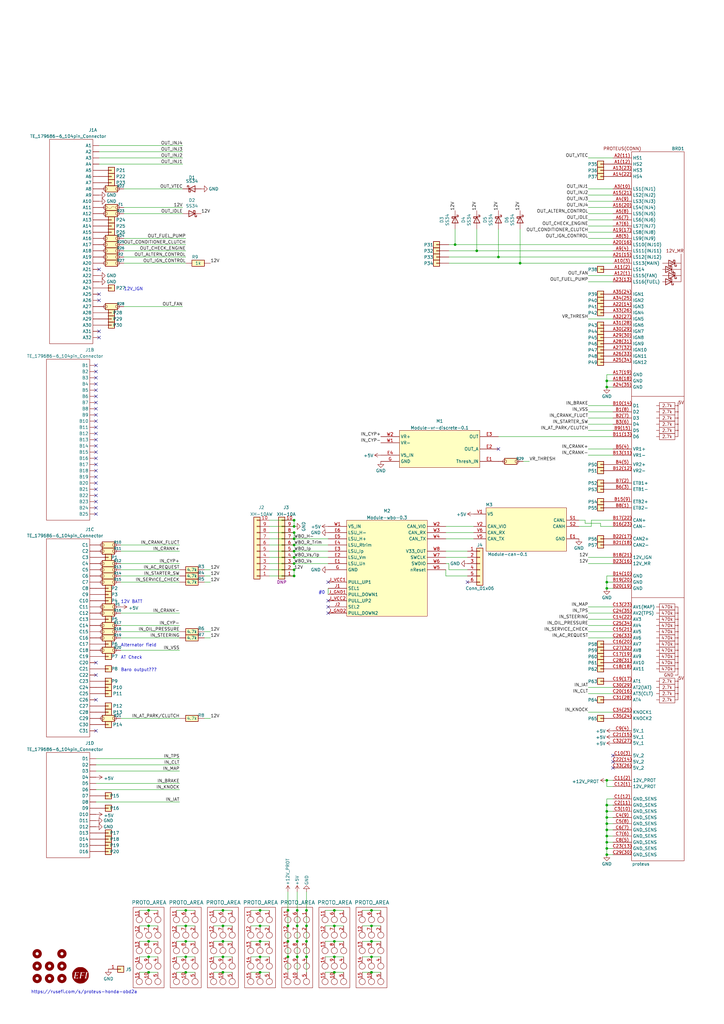
<source format=kicad_sch>
(kicad_sch (version 20210621) (generator eeschema)
  (paper "A3" portrait)
  (title_block (title "proteusOBD2Ahonda") (date "2021-11-05") (rev "a") (company "rusEFI"))
  (junction (at 121.92 392.43))
  (junction (at 125.73 386.08))
  (junction (at 137.16 379.73))
  (junction (at 248.92 330.2))
  (junction (at 137.16 398.78))
  (junction (at 76.2 373.38))
  (junction (at 76.2 379.73))
  (junction (at 248.92 238.76))
  (junction (at 106.68 373.38))
  (junction (at 60.96 392.43))
  (junction (at 248.92 156.21))
  (junction (at 186.69 100.33))
  (junction (at 152.4 379.73))
  (junction (at 137.16 373.38))
  (junction (at 106.68 392.43))
  (junction (at 125.73 373.38))
  (junction (at 106.68 379.73))
  (junction (at 248.92 342.9))
  (junction (at 120.65 228.6))
  (junction (at 248.92 350.52))
  (junction (at 60.96 379.73))
  (junction (at 137.16 386.08))
  (junction (at 213.36 107.95))
  (junction (at 91.44 392.43))
  (junction (at 137.16 392.43))
  (junction (at 121.92 373.38))
  (junction (at 125.73 392.43))
  (junction (at 121.92 379.73))
  (junction (at 76.2 386.08))
  (junction (at 152.4 392.43))
  (junction (at 248.92 340.36))
  (junction (at 118.11 386.08))
  (junction (at 248.92 241.3))
  (junction (at 248.92 337.82))
  (junction (at 152.4 373.38))
  (junction (at 120.65 231.14))
  (junction (at 152.4 386.08))
  (junction (at 248.92 345.44))
  (junction (at 120.65 236.22))
  (junction (at 118.11 379.73))
  (junction (at 91.44 379.73))
  (junction (at 76.2 392.43))
  (junction (at 152.4 398.78))
  (junction (at 60.96 373.38))
  (junction (at 91.44 398.78))
  (junction (at 248.92 335.28))
  (junction (at 106.68 386.08))
  (junction (at 120.65 223.52))
  (junction (at 106.68 398.78))
  (junction (at 120.65 213.36))
  (junction (at 91.44 386.08))
  (junction (at 76.2 398.78))
  (junction (at 248.92 332.74))
  (junction (at 248.92 158.75))
  (junction (at 204.47 105.41))
  (junction (at 248.92 347.98))
  (junction (at 91.44 373.38))
  (junction (at 120.65 220.98))
  (junction (at 60.96 398.78))
  (junction (at 248.92 320.04))
  (junction (at 121.92 386.08))
  (junction (at 118.11 392.43))
  (junction (at 118.11 373.38))
  (junction (at 120.65 233.68))
  (junction (at 195.58 102.87))
  (junction (at 60.96 386.08))
  (junction (at 125.73 379.73))
  (junction (at 120.65 215.9))
  (junction (at 120.65 218.44))
  (junction (at 120.65 226.06))
  (no_connect (at 40.64 110.49))
  (no_connect (at 39.37 276.86))
  (no_connect (at 134.62 248.92))
  (no_connect (at 39.37 205.74))
  (no_connect (at 39.37 208.28))
  (no_connect (at 39.37 210.82))
  (no_connect (at 39.37 198.12))
  (no_connect (at 39.37 200.66))
  (no_connect (at 39.37 203.2))
  (no_connect (at 40.64 135.89))
  (no_connect (at 40.64 138.43))
  (no_connect (at 40.64 123.19))
  (no_connect (at 40.64 120.65))
  (no_connect (at 39.37 271.78))
  (no_connect (at 39.37 287.02))
  (no_connect (at 134.62 251.46))
  (no_connect (at 251.46 309.88))
  (no_connect (at 251.46 312.42))
  (no_connect (at 251.46 314.96))
  (no_connect (at 204.47 184.15))
  (no_connect (at 134.62 238.76))
  (no_connect (at 39.37 162.56))
  (no_connect (at 39.37 165.1))
  (no_connect (at 39.37 167.64))
  (no_connect (at 39.37 170.18))
  (no_connect (at 39.37 172.72))
  (no_connect (at 39.37 175.26))
  (no_connect (at 39.37 177.8))
  (no_connect (at 39.37 180.34))
  (no_connect (at 39.37 182.88))
  (no_connect (at 39.37 185.42))
  (no_connect (at 39.37 149.86))
  (no_connect (at 39.37 152.4))
  (no_connect (at 39.37 154.94))
  (no_connect (at 39.37 157.48))
  (no_connect (at 39.37 160.02))
  (no_connect (at 39.37 187.96))
  (no_connect (at 39.37 190.5))
  (no_connect (at 39.37 193.04))
  (no_connect (at 39.37 195.58))
  (no_connect (at 134.62 246.38))
  (no_connect (at 39.37 299.72))
  (no_connect (at 191.77 238.76))
  (wire (pts (xy 40.64 67.31) (xy 74.93 67.31)))
  (wire (pts (xy 50.8 97.79) (xy 76.2 97.79)))
  (wire (pts (xy 49.53 236.22) (xy 73.66 236.22)))
  (wire (pts (xy 186.69 100.33) (xy 251.46 100.33)))
  (wire (pts (xy 184.15 100.33) (xy 186.69 100.33)))
  (wire (pts (xy 182.88 226.06) (xy 191.77 226.06)))
  (wire (pts (xy 137.16 398.78) (xy 140.97 398.78)))
  (wire (pts (xy 60.96 379.73) (xy 64.77 379.73)))
  (wire (pts (xy 241.3 231.14) (xy 251.46 231.14)))
  (wire (pts (xy 49.53 226.06) (xy 73.66 226.06)))
  (wire (pts (xy 102.87 398.78) (xy 106.68 398.78)))
  (wire (pts (xy 120.65 223.52) (xy 134.62 223.52)))
  (wire (pts (xy 50.8 87.63) (xy 74.93 87.63)))
  (wire (pts (xy 182.88 218.44) (xy 194.31 218.44)))
  (wire (pts (xy 213.36 93.98) (xy 213.36 107.95)))
  (wire (pts (xy 125.73 392.43) (xy 125.73 398.78)))
  (wire (pts (xy 152.4 398.78) (xy 156.21 398.78)))
  (wire (pts (xy 106.68 379.73) (xy 110.49 379.73)))
  (wire (pts (xy 248.92 156.21) (xy 251.46 156.21)))
  (wire (pts (xy 241.3 284.48) (xy 251.46 284.48)))
  (wire (pts (xy 86.36 233.68) (xy 83.82 233.68)))
  (wire (pts (xy 248.92 236.22) (xy 248.92 238.76)))
  (wire (pts (xy 248.92 238.76) (xy 248.92 241.3)))
  (wire (pts (xy 120.65 213.36) (xy 120.65 215.9)))
  (wire (pts (xy 248.92 340.36) (xy 251.46 340.36)))
  (wire (pts (xy 125.73 379.73) (xy 125.73 386.08)))
  (wire (pts (xy 40.64 64.77) (xy 74.93 64.77)))
  (wire (pts (xy 133.35 386.08) (xy 137.16 386.08)))
  (wire (pts (xy 50.8 102.87) (xy 76.2 102.87)))
  (wire (pts (xy 76.2 398.78) (xy 80.01 398.78)))
  (wire (pts (xy 242.57 215.9) (xy 242.57 213.36)))
  (wire (pts (xy 242.57 213.36) (xy 251.46 213.36)))
  (wire (pts (xy 237.49 215.9) (xy 242.57 215.9)))
  (wire (pts (xy 50.8 105.41) (xy 76.2 105.41)))
  (wire (pts (xy 240.03 214.63) (xy 246.38 214.63)))
  (wire (pts (xy 246.38 214.63) (xy 246.38 215.9)))
  (wire (pts (xy 246.38 215.9) (xy 251.46 215.9)))
  (wire (pts (xy 237.49 213.36) (xy 240.03 213.36)))
  (wire (pts (xy 240.03 213.36) (xy 240.03 214.63)))
  (wire (pts (xy 152.4 386.08) (xy 156.21 386.08)))
  (wire (pts (xy 102.87 386.08) (xy 106.68 386.08)))
  (wire (pts (xy 49.53 294.64) (xy 73.66 294.64)))
  (wire (pts (xy 91.44 386.08) (xy 95.25 386.08)))
  (wire (pts (xy 182.88 215.9) (xy 194.31 215.9)))
  (wire (pts (xy 248.92 153.67) (xy 248.92 156.21)))
  (wire (pts (xy 248.92 156.21) (xy 248.92 158.75)))
  (wire (pts (xy 204.47 179.07) (xy 251.46 179.07)))
  (wire (pts (xy 152.4 379.73) (xy 156.21 379.73)))
  (wire (pts (xy 86.36 238.76) (xy 83.82 238.76)))
  (wire (pts (xy 241.3 281.94) (xy 251.46 281.94)))
  (wire (pts (xy 248.92 332.74) (xy 251.46 332.74)))
  (wire (pts (xy 248.92 320.04) (xy 251.46 320.04)))
  (wire (pts (xy 49.53 266.7) (xy 73.66 266.7)))
  (wire (pts (xy 86.36 261.62) (xy 83.82 261.62)))
  (wire (pts (xy 57.15 379.73) (xy 60.96 379.73)))
  (wire (pts (xy 182.88 231.14) (xy 184.15 231.14)))
  (wire (pts (xy 86.36 236.22) (xy 83.82 236.22)))
  (wire (pts (xy 248.92 342.9) (xy 251.46 342.9)))
  (wire (pts (xy 241.3 168.91) (xy 251.46 168.91)))
  (wire (pts (xy 121.92 386.08) (xy 121.92 392.43)))
  (wire (pts (xy 241.3 166.37) (xy 251.46 166.37)))
  (wire (pts (xy 248.92 158.75) (xy 251.46 158.75)))
  (wire (pts (xy 72.39 379.73) (xy 76.2 379.73)))
  (wire (pts (xy 110.49 220.98) (xy 120.65 220.98)))
  (wire (pts (xy 60.96 386.08) (xy 64.77 386.08)))
  (wire (pts (xy 137.16 373.38) (xy 140.97 373.38)))
  (wire (pts (xy 120.65 233.68) (xy 120.65 236.22)))
  (wire (pts (xy 204.47 93.98) (xy 204.47 105.41)))
  (wire (pts (xy 248.92 322.58) (xy 251.46 322.58)))
  (wire (pts (xy 248.92 345.44) (xy 251.46 345.44)))
  (wire (pts (xy 120.65 218.44) (xy 120.65 220.98)))
  (wire (pts (xy 148.59 392.43) (xy 152.4 392.43)))
  (wire (pts (xy 118.11 392.43) (xy 118.11 398.78)))
  (wire (pts (xy 120.65 220.98) (xy 134.62 220.98)))
  (wire (pts (xy 87.63 392.43) (xy 91.44 392.43)))
  (wire (pts (xy 110.49 215.9) (xy 120.65 215.9)))
  (wire (pts (xy 241.3 115.57) (xy 251.46 115.57)))
  (wire (pts (xy 248.92 236.22) (xy 251.46 236.22)))
  (wire (pts (xy 133.35 398.78) (xy 137.16 398.78)))
  (wire (pts (xy 248.92 238.76) (xy 251.46 238.76)))
  (wire (pts (xy 120.65 226.06) (xy 134.62 226.06)))
  (wire (pts (xy 241.3 256.54) (xy 251.46 256.54)))
  (wire (pts (xy 50.8 107.95) (xy 76.2 107.95)))
  (wire (pts (xy 241.3 90.17) (xy 251.46 90.17)))
  (wire (pts (xy 204.47 105.41) (xy 251.46 105.41)))
  (wire (pts (xy 184.15 105.41) (xy 204.47 105.41)))
  (wire (pts (xy 91.44 373.38) (xy 95.25 373.38)))
  (wire (pts (xy 241.3 261.62) (xy 251.46 261.62)))
  (wire (pts (xy 214.63 189.23) (xy 217.17 189.23)))
  (wire (pts (xy 50.8 85.09) (xy 74.93 85.09)))
  (wire (pts (xy 110.49 233.68) (xy 120.65 233.68)))
  (wire (pts (xy 39.37 321.31) (xy 73.66 321.31)))
  (wire (pts (xy 184.15 231.14) (xy 184.15 233.68)))
  (wire (pts (xy 106.68 386.08) (xy 110.49 386.08)))
  (wire (pts (xy 213.36 107.95) (xy 251.46 107.95)))
  (wire (pts (xy 184.15 107.95) (xy 213.36 107.95)))
  (wire (pts (xy 121.92 379.73) (xy 121.92 386.08)))
  (wire (pts (xy 248.92 327.66) (xy 251.46 327.66)))
  (wire (pts (xy 121.92 365.76) (xy 121.92 373.38)))
  (wire (pts (xy 125.73 386.08) (xy 125.73 392.43)))
  (wire (pts (xy 241.3 228.6) (xy 251.46 228.6)))
  (wire (pts (xy 241.3 171.45) (xy 251.46 171.45)))
  (wire (pts (xy 241.3 248.92) (xy 251.46 248.92)))
  (wire (pts (xy 106.68 373.38) (xy 110.49 373.38)))
  (wire (pts (xy 72.39 392.43) (xy 76.2 392.43)))
  (wire (pts (xy 49.53 233.68) (xy 73.66 233.68)))
  (wire (pts (xy 137.16 386.08) (xy 140.97 386.08)))
  (wire (pts (xy 49.53 256.54) (xy 73.66 256.54)))
  (wire (pts (xy 39.37 313.69) (xy 73.66 313.69)))
  (wire (pts (xy 182.88 236.22) (xy 191.77 236.22)))
  (wire (pts (xy 57.15 392.43) (xy 60.96 392.43)))
  (wire (pts (xy 241.3 85.09) (xy 251.46 85.09)))
  (wire (pts (xy 125.73 373.38) (xy 125.73 379.73)))
  (wire (pts (xy 87.63 379.73) (xy 91.44 379.73)))
  (wire (pts (xy 50.8 125.73) (xy 74.93 125.73)))
  (wire (pts (xy 134.62 241.3) (xy 134.62 243.84)))
  (wire (pts (xy 110.49 231.14) (xy 120.65 231.14)))
  (wire (pts (xy 118.11 379.73) (xy 118.11 386.08)))
  (wire (pts (xy 148.59 386.08) (xy 152.4 386.08)))
  (wire (pts (xy 248.92 153.67) (xy 251.46 153.67)))
  (wire (pts (xy 241.3 97.79) (xy 251.46 97.79)))
  (wire (pts (xy 102.87 373.38) (xy 106.68 373.38)))
  (wire (pts (xy 39.37 328.93) (xy 73.66 328.93)))
  (wire (pts (xy 49.53 261.62) (xy 73.66 261.62)))
  (wire (pts (xy 76.2 386.08) (xy 80.01 386.08)))
  (wire (pts (xy 60.96 373.38) (xy 64.77 373.38)))
  (wire (pts (xy 241.3 186.69) (xy 251.46 186.69)))
  (wire (pts (xy 148.59 379.73) (xy 152.4 379.73)))
  (wire (pts (xy 86.36 259.08) (xy 83.82 259.08)))
  (wire (pts (xy 118.11 373.38) (xy 118.11 379.73)))
  (wire (pts (xy 241.3 259.08) (xy 251.46 259.08)))
  (wire (pts (xy 39.37 311.15) (xy 73.66 311.15)))
  (wire (pts (xy 87.63 373.38) (xy 91.44 373.38)))
  (wire (pts (xy 125.73 365.76) (xy 125.73 373.38)))
  (wire (pts (xy 248.92 330.2) (xy 251.46 330.2)))
  (wire (pts (xy 241.3 251.46) (xy 251.46 251.46)))
  (wire (pts (xy 49.53 259.08) (xy 73.66 259.08)))
  (wire (pts (xy 241.3 254) (xy 251.46 254)))
  (wire (pts (xy 110.49 236.22) (xy 120.65 236.22)))
  (wire (pts (xy 76.2 379.73) (xy 80.01 379.73)))
  (wire (pts (xy 76.2 373.38) (xy 80.01 373.38)))
  (wire (pts (xy 248.92 320.04) (xy 248.92 322.58)))
  (wire (pts (xy 195.58 93.98) (xy 195.58 102.87)))
  (wire (pts (xy 241.3 92.71) (xy 251.46 92.71)))
  (wire (pts (xy 137.16 379.73) (xy 140.97 379.73)))
  (wire (pts (xy 133.35 373.38) (xy 137.16 373.38)))
  (wire (pts (xy 182.88 233.68) (xy 182.88 236.22)))
  (wire (pts (xy 248.92 350.52) (xy 251.46 350.52)))
  (wire (pts (xy 241.3 82.55) (xy 251.46 82.55)))
  (wire (pts (xy 110.49 228.6) (xy 120.65 228.6)))
  (wire (pts (xy 40.64 62.23) (xy 74.93 62.23)))
  (wire (pts (xy 195.58 102.87) (xy 251.46 102.87)))
  (wire (pts (xy 184.15 102.87) (xy 195.58 102.87)))
  (wire (pts (xy 120.65 231.14) (xy 134.62 231.14)))
  (wire (pts (xy 241.3 113.03) (xy 251.46 113.03)))
  (wire (pts (xy 57.15 398.78) (xy 60.96 398.78)))
  (wire (pts (xy 152.4 373.38) (xy 156.21 373.38)))
  (wire (pts (xy 57.15 386.08) (xy 60.96 386.08)))
  (wire (pts (xy 182.88 220.98) (xy 194.31 220.98)))
  (wire (pts (xy 60.96 398.78) (xy 64.77 398.78)))
  (wire (pts (xy 76.2 392.43) (xy 80.01 392.43)))
  (wire (pts (xy 148.59 373.38) (xy 152.4 373.38)))
  (wire (pts (xy 102.87 392.43) (xy 106.68 392.43)))
  (wire (pts (xy 39.37 323.85) (xy 73.66 323.85)))
  (wire (pts (xy 110.49 213.36) (xy 120.65 213.36)))
  (wire (pts (xy 49.53 251.46) (xy 73.66 251.46)))
  (wire (pts (xy 110.49 218.44) (xy 120.65 218.44)))
  (wire (pts (xy 49.53 231.14) (xy 73.66 231.14)))
  (wire (pts (xy 241.3 292.1) (xy 251.46 292.1)))
  (wire (pts (xy 241.3 77.47) (xy 251.46 77.47)))
  (wire (pts (xy 182.88 228.6) (xy 191.77 228.6)))
  (wire (pts (xy 86.36 294.64) (xy 83.82 294.64)))
  (wire (pts (xy 120.65 228.6) (xy 134.62 228.6)))
  (wire (pts (xy 72.39 386.08) (xy 76.2 386.08)))
  (wire (pts (xy 91.44 398.78) (xy 95.25 398.78)))
  (wire (pts (xy 241.3 176.53) (xy 251.46 176.53)))
  (wire (pts (xy 133.35 392.43) (xy 137.16 392.43)))
  (wire (pts (xy 110.49 223.52) (xy 120.65 223.52)))
  (wire (pts (xy 184.15 233.68) (xy 191.77 233.68)))
  (wire (pts (xy 57.15 373.38) (xy 60.96 373.38)))
  (wire (pts (xy 49.53 238.76) (xy 73.66 238.76)))
  (wire (pts (xy 106.68 392.43) (xy 110.49 392.43)))
  (wire (pts (xy 118.11 365.76) (xy 118.11 373.38)))
  (wire (pts (xy 87.63 398.78) (xy 91.44 398.78)))
  (wire (pts (xy 241.3 87.63) (xy 251.46 87.63)))
  (wire (pts (xy 121.92 373.38) (xy 121.92 379.73)))
  (wire (pts (xy 60.96 392.43) (xy 64.77 392.43)))
  (wire (pts (xy 186.69 93.98) (xy 186.69 100.33)))
  (wire (pts (xy 148.59 398.78) (xy 152.4 398.78)))
  (wire (pts (xy 152.4 392.43) (xy 156.21 392.43)))
  (wire (pts (xy 241.3 80.01) (xy 251.46 80.01)))
  (wire (pts (xy 241.3 95.25) (xy 251.46 95.25)))
  (wire (pts (xy 50.8 100.33) (xy 76.2 100.33)))
  (wire (pts (xy 248.92 332.74) (xy 248.92 335.28)))
  (wire (pts (xy 248.92 347.98) (xy 248.92 350.52)))
  (wire (pts (xy 248.92 340.36) (xy 248.92 342.9)))
  (wire (pts (xy 248.92 335.28) (xy 248.92 337.82)))
  (wire (pts (xy 248.92 337.82) (xy 248.92 340.36)))
  (wire (pts (xy 248.92 342.9) (xy 248.92 345.44)))
  (wire (pts (xy 248.92 345.44) (xy 248.92 347.98)))
  (wire (pts (xy 248.92 327.66) (xy 248.92 330.2)))
  (wire (pts (xy 248.92 330.2) (xy 248.92 332.74)))
  (wire (pts (xy 50.8 77.47) (xy 74.93 77.47)))
  (wire (pts (xy 106.68 398.78) (xy 110.49 398.78)))
  (wire (pts (xy 72.39 373.38) (xy 76.2 373.38)))
  (wire (pts (xy 102.87 379.73) (xy 106.68 379.73)))
  (wire (pts (xy 121.92 392.43) (xy 121.92 398.78)))
  (wire (pts (xy 91.44 392.43) (xy 95.25 392.43)))
  (wire (pts (xy 39.37 316.23) (xy 73.66 316.23)))
  (wire (pts (xy 118.11 386.08) (xy 118.11 392.43)))
  (wire (pts (xy 248.92 241.3) (xy 251.46 241.3)))
  (wire (pts (xy 241.3 184.15) (xy 251.46 184.15)))
  (wire (pts (xy 248.92 337.82) (xy 251.46 337.82)))
  (wire (pts (xy 49.53 223.52) (xy 73.66 223.52)))
  (wire (pts (xy 87.63 386.08) (xy 91.44 386.08)))
  (wire (pts (xy 241.3 130.81) (xy 251.46 130.81)))
  (wire (pts (xy 241.3 64.77) (xy 251.46 64.77)))
  (wire (pts (xy 72.39 398.78) (xy 76.2 398.78)))
  (wire (pts (xy 91.44 379.73) (xy 95.25 379.73)))
  (wire (pts (xy 248.92 335.28) (xy 251.46 335.28)))
  (wire (pts (xy 137.16 392.43) (xy 140.97 392.43)))
  (wire (pts (xy 133.35 379.73) (xy 137.16 379.73)))
  (wire (pts (xy 110.49 226.06) (xy 120.65 226.06)))
  (wire (pts (xy 241.3 173.99) (xy 251.46 173.99)))
  (wire (pts (xy 248.92 347.98) (xy 251.46 347.98)))
  (wire (pts (xy 40.64 59.69) (xy 74.93 59.69)))
  (text "Alternator field" (at 49.53 265.43 0) (effects (font (size 1.27 1.27)) (justify left bottom)))
  (text "Baro output???" (at 49.53 275.59 0) (effects (font (size 1.27 1.27)) (justify left bottom)))
  (text "12V_IGN" (at 50.8 119.38 0) (effects (font (size 1.27 1.27)) (justify left bottom)))
  (text "https://rusefi.com/s/proteus-honda-obd2a" (at 12.7 407.67 0) (effects (font (size 1.27 1.27)) (justify left bottom)))
  (text "12V BATT" (at 49.53 247.65 0) (effects (font (size 1.27 1.27)) (justify left bottom)))
  (text "#0" (at 133.35 243.84 180) (effects (font (size 1.27 1.27)) (justify right bottom)))
  (text "AT Check" (at 49.53 270.51 0) (effects (font (size 1.27 1.27)) (justify left bottom)))
  (label "12V" (at 86.36 259.08 0))
  (label "IN_IAT" (at 241.3 281.94 180))
  (label "12V" (at 86.36 233.68 0))
  (label "IN_CRANK+" (at 73.66 226.06 180))
  (label "IN_STARTER_SW" (at 73.66 236.22 180))
  (label "IN_CLT" (at 241.3 284.48 180))
  (label "WBO_Ip" (at 120.65 226.06 0))
  (label "IN_CYP-" (at 156.21 181.61 180))
  (label "12V" (at 74.93 85.09 180))
  (label "12V" (at 86.36 238.76 0))
  (label "12V" (at 186.69 86.36 90))
  (label "12V" (at 86.36 107.95 0))
  (label "12V" (at 82.55 87.63 0))
  (label "IN_AT_PARK{slash}CLUTCH" (at 241.3 176.53 180))
  (label "IN_CRANK_FLUCT" (at 241.3 171.45 180))
  (label "12V" (at 86.36 294.64 0))
  (label "IN_CRANK-" (at 73.66 251.46 180))
  (label "OUT_IGN_CONTROL" (at 241.3 97.79 180))
  (label "IN_IAT" (at 73.66 328.93 180))
  (label "OUT_INJ1" (at 241.3 77.47 180))
  (label "IN_KNOCK" (at 241.3 292.1 180))
  (label "12V" (at 86.36 236.22 0))
  (label "WBO_H-" (at 120.65 220.98 0))
  (label "12V" (at 195.58 86.36 90))
  (label "IN_AC_REQUEST" (at 73.66 233.68 180))
  (label "IN_CLT" (at 73.66 313.69 180))
  (label "OUT_FUEL_PUMP" (at 241.3 115.57 180))
  (label "IN_STEERING" (at 241.3 254 180))
  (label "12V" (at 120.65 233.68 0))
  (label "OUT_INJ2" (at 74.93 64.77 180))
  (label "OUT_CHECK_ENGINE" (at 76.2 102.87 180))
  (label "VR_THRESH" (at 217.17 189.23 0))
  (label "OUT_FAN" (at 74.93 125.73 180))
  (label "OUT_CONDITIONER_CLUTCH" (at 241.3 95.25 180))
  (label "IN_MAP" (at 241.3 248.92 180))
  (label "IN_VSS" (at 241.3 168.91 180))
  (label "OUT_INJ3" (at 241.3 82.55 180))
  (label "OUT_FUEL_PUMP" (at 76.2 97.79 180))
  (label "OUT_CHECK_ENGINE" (at 241.3 92.71 180))
  (label "IN_AC_REQUEST" (at 241.3 261.62 180))
  (label "OUT_FAN" (at 241.3 113.03 180))
  (label "IN_CYP+" (at 156.21 179.07 180))
  (label "IN_CRANK_FLUCT" (at 73.66 223.52 180))
  (label "WBO_Vs" (at 120.65 231.14 0))
  (label "IN_TPS" (at 73.66 311.15 180))
  (label "IN_CYP-" (at 73.66 256.54 180))
  (label "WBO_Vs{slash}Ip" (at 120.65 228.6 0))
  (label "IN_CRANK-" (at 241.3 186.69 180))
  (label "OUT_INJ4" (at 241.3 85.09 180))
  (label "IN_AT_PARK{slash}CLUTCH" (at 73.66 294.64 180))
  (label "IN_SERVICE_CHECK" (at 73.66 238.76 180))
  (label "OUT_ALTERN_CONTROL" (at 241.3 87.63 180))
  (label "12V" (at 204.47 86.36 90))
  (label "OUT_ALTERN_CONTROL" (at 76.2 105.41 180))
  (label "IN_SERVICE_CHECK" (at 241.3 259.08 180))
  (label "OUT_INJ2" (at 241.3 80.01 180))
  (label "12V" (at 241.3 228.6 180))
  (label "12V" (at 241.3 231.14 180))
  (label "IN_MAP" (at 73.66 316.23 180))
  (label "IN_OIL_PRESSURE" (at 241.3 256.54 180))
  (label "OUT_IGN_CONTROL" (at 76.2 107.95 180))
  (label "IN_STEERING" (at 73.66 261.62 180))
  (label "IN_TPS" (at 241.3 251.46 180))
  (label "OUT_CONDITIONER_CLUTCH" (at 76.2 100.33 180))
  (label "12V" (at 86.36 261.62 0))
  (label "OUT_VTEC" (at 241.3 64.77 180))
  (label "12V" (at 213.36 86.36 90))
  (label "IN_OIL_PRESSURE" (at 73.66 259.08 180))
  (label "VR_THRESH" (at 241.3 130.81 180))
  (label "OUT_IDLE" (at 74.93 87.63 180))
  (label "IN_KNOCK" (at 73.66 323.85 180))
  (label "IN_CRANK+" (at 241.3 184.15 180))
  (label "OUT_INJ3" (at 74.93 62.23 180))
  (label "WBO_R_Trim" (at 120.65 223.52 0))
  (label "IN_CYP+" (at 73.66 231.14 180))
  (label "IN_BRAKE" (at 241.3 166.37 180))
  (label "IN_BRAKE" (at 73.66 321.31 180))
  (label "OUT_IDLE" (at 241.3 90.17 180))
  (label "IN_VSS" (at 73.66 266.7 180))
  (label "OUT_INJ4" (at 74.93 59.69 180))
  (label "OUT_INJ1" (at 74.93 67.31 180))
  (label "OUT_VTEC" (at 74.93 77.47 180))
  (label "IN_STARTER_SW" (at 241.3 173.99 180))
  (symbol (lib_id "hellen-one-common:Pad") (at 246.38 271.78 180) (unit 1)
    (property "Reference" "P61" (at 243.1415 271.8584 0))
    (property "Value" "Pad" (effects hide))
    (property "Footprint" "hellen-one-common:PAD-TH" (effects hide))
  )
  (symbol (lib_id "proteus:proteus") (at 259.08 62.23 0) (unit 1)
    (property "Reference" "BRD1" (at 278.13 60.96 0))
    (property "Value" "proteus" (at 262.89 354.33 0))
    (property "Footprint" "kicad6-libraries:proteus" (effects hide))
  )
  (symbol (lib_id "hellen-one-common:PROTO_AREA") (at 110.49 372.11 270) (unit 1)
    (property "Reference" "G5" (effects hide))
    (property "Value" "PROTO_AREA" (at 99.6855 370.1463 90) (effects (font (size 1.524 1.524)) (justify left)))
    (property "Footprint" "hellen-one-common:PROTO_AREA" (effects hide))
  )
  (symbol (lib_id "hellen-one-common:Jumper-Pad-Pad") (at 45.72 125.73 0) (unit 1)
    (property "Reference" "R28" (at 49.53 124.5989 0) (effects (font (size 1.016 1.016))))
    (property "Value" "Jumper-Pad-Pad" (effects hide))
    (property "Footprint" "hellen-one-common:PAD-0805-PAD" (effects hide))
    (property "LCSC" "C17477" (effects hide))
  )
  (symbol (lib_id "Device:D_Schottky") (at 204.47 90.17 270) (unit 1)
    (property "Reference" "D5" (at 198.9836 90.17 0))
    (property "Value" "SS34" (at 201.295 90.17 0))
    (property "Footprint" "Diode_SMD:D_SMA" (effects hide))
    (property "LCSC" "C8678" (effects hide))
    (property "LCSC_ext" "0" (effects hide))
  )
  (symbol (lib_id "hellen-one-common:Pad") (at 246.38 135.89 180) (unit 1)
    (property "Reference" "P44" (at 243.1415 135.9684 0))
    (property "Value" "Pad" (effects hide))
    (property "Footprint" "hellen-one-common:PAD-TH" (effects hide))
  )
  (symbol (lib_id "hellen-one-common:Pad") (at 44.45 228.6 0) (unit 1)
    (property "Reference" "P1" (at 46.99 228.6 0))
    (property "Value" "Pad" (effects hide))
    (property "Footprint" "hellen-one-common:PAD-TH" (effects hide))
  )
  (symbol (lib_id "Mechanical:MountingHole") (at 20.32 401.32 0) (unit 1)
    (property "Reference" "H5" (effects hide))
    (property "Value" "MountingHole" (effects hide))
    (property "Footprint" "MountingHole:MountingHole_4.3mm_M4" (effects hide))
  )
  (symbol (lib_id "hellen-one-common:Pad") (at 44.45 344.17 0) (unit 1)
    (property "Reference" "P18" (at 46.99 344.17 0))
    (property "Value" "Pad" (effects hide))
    (property "Footprint" "hellen-one-common:PAD-TH" (effects hide))
  )
  (symbol (lib_id "Connector_Generic:Conn_01x10") (at 115.57 226.06 180) (unit 1) (in_bom no) (on_board no)
    (property "Reference" "J3" (at 117.4115 208.1234 0))
    (property "Value" "XH-10A" (at 117.4115 210.8985 0))
    (property "Footprint" "Connector_JST:JST_XH_B10B-XH-A_1x10_P2.50mm_Vertical" (effects hide))
    (property "LCSC" "C8885" (effects hide))
    (property "MyComment" "DNP" (at 115.57 238.76 0))
  )
  (symbol (lib_id "hellen-one-common:PROTO_AREA") (at 140.97 372.11 270) (unit 1)
    (property "Reference" "G7" (effects hide))
    (property "Value" "PROTO_AREA" (at 130.1655 370.1463 90) (effects (font (size 1.524 1.524)) (justify left)))
    (property "Footprint" "hellen-one-common:PROTO_AREA" (effects hide))
  )
  (symbol (lib_id "TE_179686-6_104pin_Connector:TE_179686-6_104pin_Connector") (at 38.1 57.15 0) (mirror y) (unit 1)
    (property "Reference" "J1" (at 38.1 53.34 0))
    (property "Value" "TE_179686-6_104pin_Connector" (at 27.94 55.88 0))
    (property "Footprint" "kicad6-libraries:TE_179686-6_104pin_Connector" (effects hide))
  )
  (symbol (lib_id "power:+5V") (at 251.46 302.26 90) (unit 1)
    (property "Reference" "#PWR0107" (effects hide))
    (property "Value" "+5V" (at 244.3711 302.429 90) (effects (justify right)))
  )
  (symbol (lib_id "hellen-one-common:Jumper-Pad-Pad") (at 44.45 251.46 0) (unit 1)
    (property "Reference" "R16" (at 48.26 250.3289 0) (effects (font (size 1.016 1.016))))
    (property "Value" "Jumper-Pad-Pad" (effects hide))
    (property "Footprint" "hellen-one-common:PAD-0805-PAD" (effects hide))
    (property "LCSC" "C17477" (effects hide))
  )
  (symbol (lib_id "hellen-one-common:Pad") (at 45.72 72.39 0) (unit 1)
    (property "Reference" "P22" (at 49.53 72.39 0))
    (property "Value" "Pad" (effects hide))
    (property "Footprint" "hellen-one-common:PAD-TH" (effects hide))
  )
  (symbol (lib_id "hellen-one-common:Pad") (at 246.38 193.04 180) (unit 1)
    (property "Reference" "P51" (at 243.1415 193.1184 0))
    (property "Value" "Pad" (effects hide))
    (property "Footprint" "hellen-one-common:PAD-TH" (effects hide))
  )
  (symbol (lib_id "Connector_Generic:Conn_01x10") (at 105.41 226.06 180) (unit 1)
    (property "Reference" "J2" (at 107.2515 208.1234 0))
    (property "Value" "XH-10AW" (at 107.2515 210.8985 0))
    (property "Footprint" "Connector_JST:JST_XH_S10B-XH-A_1x10_P2.50mm_Horizontal" (effects hide))
    (property "LCSC" "C14652" (effects hide))
  )
  (symbol (lib_id "hellen-one-common:Pad") (at 246.38 143.51 180) (unit 1)
    (property "Reference" "P47" (at 243.1415 143.5884 0))
    (property "Value" "Pad" (effects hide))
    (property "Footprint" "hellen-one-common:PAD-TH" (effects hide))
  )
  (symbol (lib_id "hellen-one-common:Jumper-Pad-Pad") (at 44.45 259.08 0) (unit 1)
    (property "Reference" "R18" (at 48.26 257.9489 0) (effects (font (size 1.016 1.016))))
    (property "Value" "Jumper-Pad-Pad" (effects hide))
    (property "Footprint" "hellen-one-common:PAD-0805-PAD" (effects hide))
    (property "LCSC" "C17477" (effects hide))
  )
  (symbol (lib_id "hellen-one-common:Pad") (at 44.45 243.84 0) (unit 1)
    (property "Reference" "P3" (at 46.99 243.84 0))
    (property "Value" "Pad" (effects hide))
    (property "Footprint" "hellen-one-common:PAD-TH" (effects hide))
  )
  (symbol (lib_id "Device:D_Schottky") (at 78.74 77.47 0) (unit 1)
    (property "Reference" "D1" (at 78.74 72.7964 0))
    (property "Value" "SS34" (at 78.74 74.295 0))
    (property "Footprint" "Diode_SMD:D_SMA" (effects hide))
    (property "LCSC" "C8678" (effects hide))
    (property "LCSC_ext" "0" (effects hide))
  )
  (symbol (lib_id "hellen-one-common:Jumper-Pad-Pad") (at 45.72 100.33 0) (unit 1)
    (property "Reference" "R25" (at 49.53 99.1989 0) (effects (font (size 1.016 1.016))))
    (property "Value" "Jumper-Pad-Pad" (effects hide))
    (property "Footprint" "hellen-one-common:PAD-0805-PAD" (effects hide))
    (property "LCSC" "C17477" (effects hide))
  )
  (symbol (lib_id "hellen-one-common:Pad") (at 45.72 128.27 0) (unit 1)
    (property "Reference" "P28" (at 48.26 128.27 0))
    (property "Value" "Pad" (effects hide))
    (property "Footprint" "hellen-one-common:PAD-TH" (effects hide))
  )
  (symbol (lib_id "hellen-one-common:Pad") (at 246.38 146.05 180) (unit 1)
    (property "Reference" "P48" (at 243.1415 146.1284 0))
    (property "Value" "Pad" (effects hide))
    (property "Footprint" "hellen-one-common:PAD-TH" (effects hide))
  )
  (symbol (lib_id "power:GND") (at 120.65 215.9 90) (mirror x) (unit 1)
    (property "Reference" "#PWR0101" (effects hide))
    (property "Value" "GND" (at 124.5934 215.9508 0))
  )
  (symbol (lib_id "hellen-one-common:Pad") (at 44.45 349.25 0) (unit 1)
    (property "Reference" "P20" (at 46.99 349.25 0))
    (property "Value" "Pad" (effects hide))
    (property "Footprint" "hellen-one-common:PAD-TH" (effects hide))
  )
  (symbol (lib_id "hellen-one-common:Pad") (at 44.45 241.3 0) (unit 1)
    (property "Reference" "P2" (at 46.99 241.3 0))
    (property "Value" "Pad" (effects hide))
    (property "Footprint" "hellen-one-common:PAD-TH" (effects hide))
  )
  (symbol (lib_id "Connector_Generic:Conn_01x06") (at 196.85 231.14 0) (unit 1)
    (property "Reference" "J4" (at 196.85 223.52 0))
    (property "Value" "Conn_01x06" (at 196.85 241.3 0))
    (property "Footprint" "Connector_PinHeader_2.54mm:PinHeader_1x06_P2.54mm_Vertical" (effects hide))
  )
  (symbol (lib_id "hellen-one-common:PROTO_AREA") (at 125.73 372.11 270) (unit 1)
    (property "Reference" "G6" (effects hide))
    (property "Value" "PROTO_AREA" (at 114.9255 370.1463 90) (effects (font (size 1.524 1.524)) (justify left)))
    (property "Footprint" "hellen-one-common:PROTO_AREA" (effects hide))
  )
  (symbol (lib_id "hellen-one-wbo-0.3:Module-wbo-0.3") (at 175.26 213.36 0) (mirror y) (unit 1)
    (property "Reference" "M2" (at 158.75 209.5204 0))
    (property "Value" "Module-wbo-0.3" (at 158.75 212.2955 0))
    (property "Footprint" "hellen-one-wbo-0.3:wbo" (effects hide))
  )
  (symbol (lib_id "hellen-one-common:Res") (at 73.66 259.08 0) (mirror x) (unit 1)
    (property "Reference" "R6" (at 82.55 257.81 0))
    (property "Value" "4.7k" (at 78.74 259.08 0))
    (property "Footprint" "hellen-one-common:R0603" (effects hide))
    (property "LCSC" "C23162" (effects hide))
  )
  (symbol (lib_id "power:+5V") (at 39.37 334.01 270) (unit 1)
    (property "Reference" "#PWR0110" (effects hide))
    (property "Value" "+5V" (at 42.5451 334.489 90) (effects (justify left)))
  )
  (symbol (lib_id "power:+5V") (at 39.37 318.77 270) (unit 1)
    (property "Reference" "#PWR0113" (effects hide))
    (property "Value" "+5V" (at 42.5451 319.249 90) (effects (justify left)))
  )
  (symbol (lib_id "Mechanical:MountingHole") (at 25.4 396.24 0) (unit 1)
    (property "Reference" "H7" (effects hide))
    (property "Value" "MountingHole" (effects hide))
    (property "Footprint" "MountingHole:MountingHole_4.3mm_M4" (effects hide))
  )
  (symbol (lib_id "hellen-one-common:Pad") (at 44.45 346.71 0) (unit 1)
    (property "Reference" "P19" (at 46.99 346.71 0))
    (property "Value" "Pad" (effects hide))
    (property "Footprint" "hellen-one-common:PAD-TH" (effects hide))
  )
  (symbol (lib_id "hellen-one-common:Pad") (at 246.38 294.64 180) (unit 1)
    (property "Reference" "P65" (at 243.1415 294.7184 0))
    (property "Value" "Pad" (effects hide))
    (property "Footprint" "hellen-one-common:PAD-TH" (effects hide))
  )
  (symbol (lib_id "power:GND") (at 237.49 220.98 0) (unit 1)
    (property "Reference" "#PWR0116" (effects hide))
    (property "Value" "GND" (at 237.49 224.79 0))
  )
  (symbol (lib_id "hellen-one-common:Pad") (at 44.45 292.1 0) (unit 1)
    (property "Reference" "P13" (at 48.26 292.1 0))
    (property "Value" "Pad" (effects hide))
    (property "Footprint" "hellen-one-common:PAD-TH" (effects hide))
  )
  (symbol (lib_id "hellen-one-common:+12V_PROT") (at 118.11 365.76 0) (unit 1)
    (property "Reference" "#PWR01" (effects hide))
    (property "Value" "+12V_PROT" (at 118.0278 363.0907 90) (effects (justify left)))
  )
  (symbol (lib_id "hellen-one-common:Res") (at 73.66 294.64 0) (mirror x) (unit 1)
    (property "Reference" "R8" (at 82.55 293.37 0))
    (property "Value" "4.7k" (at 78.74 294.64 0))
    (property "Footprint" "hellen-one-common:R0603" (effects hide))
    (property "LCSC" "C23162" (effects hide))
  )
  (symbol (lib_id "hellen-one-common:Pad") (at 246.38 200.66 180) (unit 1)
    (property "Reference" "P53" (at 243.1415 200.7384 0))
    (property "Value" "Pad" (effects hide))
    (property "Footprint" "hellen-one-common:PAD-TH" (effects hide))
  )
  (symbol (lib_id "hellen-one-common:Pad") (at 45.72 69.85 0) (unit 1)
    (property "Reference" "P21" (at 49.53 69.85 0))
    (property "Value" "Pad" (effects hide))
    (property "Footprint" "hellen-one-common:PAD-TH" (effects hide))
  )
  (symbol (lib_id "power:+5V") (at 251.46 299.72 90) (unit 1)
    (property "Reference" "#PWR0106" (effects hide))
    (property "Value" "+5V" (at 244.3711 299.889 90) (effects (justify right)))
  )
  (symbol (lib_id "hellen-one-common:+12V_PROT") (at 248.92 320.04 90) (unit 1)
    (property "Reference" "#PWR04" (effects hide))
    (property "Value" "+12V_PROT" (at 245.745 320.519 90) (effects (justify left)))
  )
  (symbol (lib_id "hellen-one-common:Jumper-Pad-Pad") (at 209.55 189.23 0) (unit 1)
    (property "Reference" "R29" (at 213.36 188.0989 0) (effects (font (size 1.016 1.016))))
    (property "Value" "Jumper-Pad-Pad" (effects hide))
    (property "Footprint" "hellen-one-common:PAD-0805-PAD" (effects hide))
    (property "LCSC" "C17477" (effects hide))
  )
  (symbol (lib_id "hellen-one-common:Pad") (at 45.72 130.81 0) (unit 1)
    (property "Reference" "P29" (at 48.26 130.81 0))
    (property "Value" "Pad" (effects hide))
    (property "Footprint" "hellen-one-common:PAD-TH" (effects hide))
  )
  (symbol (lib_id "hellen-one-common:Res") (at 73.66 236.22 0) (mirror x) (unit 1)
    (property "Reference" "R4" (at 82.55 234.95 0))
    (property "Value" "4.7k" (at 78.74 236.22 0))
    (property "Footprint" "hellen-one-common:R0603" (effects hide))
    (property "LCSC" "C23162" (effects hide))
  )
  (symbol (lib_id "hellen-one-common:Pad") (at 246.38 123.19 180) (unit 1)
    (property "Reference" "P40" (at 243.1415 123.2684 0))
    (property "Value" "Pad" (effects hide))
    (property "Footprint" "hellen-one-common:PAD-TH" (effects hide))
  )
  (symbol (lib_id "Device:D_Schottky") (at 195.58 90.17 270) (unit 1)
    (property "Reference" "D4" (at 190.0936 90.17 0))
    (property "Value" "SS34" (at 192.405 90.17 0))
    (property "Footprint" "Diode_SMD:D_SMA" (effects hide))
    (property "LCSC" "C8678" (effects hide))
    (property "LCSC_ext" "0" (effects hide))
  )
  (symbol (lib_id "power:GND") (at 44.45 397.51 0) (unit 1)
    (property "Reference" "#PWR05" (effects hide))
    (property "Value" "GND" (at 44.5008 401.4534 0))
  )
  (symbol (lib_id "power:GND") (at 40.64 82.55 90) (unit 1)
    (property "Reference" "#PWR0122" (effects hide))
    (property "Value" "GND" (at 45.72 82.55 90))
  )
  (symbol (lib_id "hellen-one-common:Pad") (at 246.38 125.73 180) (unit 1)
    (property "Reference" "P41" (at 243.1415 125.8084 0))
    (property "Value" "Pad" (effects hide))
    (property "Footprint" "hellen-one-common:PAD-TH" (effects hide))
  )
  (symbol (lib_id "hellen-one-common:Pad") (at 246.38 269.24 180) (unit 1)
    (property "Reference" "P60" (at 243.1415 269.3184 0))
    (property "Value" "Pad" (effects hide))
    (property "Footprint" "hellen-one-common:PAD-TH" (effects hide))
  )
  (symbol (lib_id "hellen-one-common:Pad") (at 246.38 264.16 180) (unit 1)
    (property "Reference" "P58" (at 243.1415 264.2384 0))
    (property "Value" "Pad" (effects hide))
    (property "Footprint" "hellen-one-common:PAD-TH" (effects hide))
  )
  (symbol (lib_id "hellen-one-common:Pad") (at 246.38 190.5 180) (unit 1)
    (property "Reference" "P50" (at 243.1415 190.5784 0))
    (property "Value" "Pad" (effects hide))
    (property "Footprint" "hellen-one-common:PAD-TH" (effects hide))
  )
  (symbol (lib_id "Connector_Generic:Conn_01x01") (at 49.53 397.51 0) (unit 1)
    (property "Reference" "J5" (at 51.562 397.6116 0) (effects (justify left)))
    (property "Value" "Conn_01x01" (effects hide))
    (property "Footprint" "TestPoint:TestPoint_Pad_D2.0mm" (effects hide))
  )
  (symbol (lib_id "power:GND") (at 40.64 80.01 90) (unit 1)
    (property "Reference" "#PWR0121" (effects hide))
    (property "Value" "GND" (at 45.72 80.01 90))
  )
  (symbol (lib_id "power:+5V") (at 251.46 304.8 90) (unit 1)
    (property "Reference" "#PWR0108" (effects hide))
    (property "Value" "+5V" (at 244.3711 304.969 90) (effects (justify right)))
  )
  (symbol (lib_id "hellen-one-common:Pad") (at 246.38 72.39 180) (unit 1)
    (property "Reference" "P37" (at 243.1415 72.4684 0))
    (property "Value" "Pad" (effects hide))
    (property "Footprint" "hellen-one-common:PAD-TH" (effects hide))
  )
  (symbol (lib_id "Mechanical:MountingHole") (at 20.32 396.24 0) (unit 1)
    (property "Reference" "H4" (effects hide))
    (property "Value" "MountingHole" (effects hide))
    (property "Footprint" "MountingHole:MountingHole_4.3mm_M4" (effects hide))
  )
  (symbol (lib_id "hellen-one-common:Jumper-Pad-Pad") (at 44.45 294.64 0) (unit 1)
    (property "Reference" "R21" (at 48.26 293.5089 0) (effects (font (size 1.016 1.016))))
    (property "Value" "Jumper-Pad-Pad" (effects hide))
    (property "Footprint" "hellen-one-common:PAD-0805-PAD" (effects hide))
    (property "LCSC" "C17477" (effects hide))
  )
  (symbol (lib_id "hellen-one-common:Pad") (at 246.38 279.4 180) (unit 1)
    (property "Reference" "P63" (at 243.1415 279.4784 0))
    (property "Value" "Pad" (effects hide))
    (property "Footprint" "hellen-one-common:PAD-TH" (effects hide))
  )
  (symbol (lib_id "power:GND") (at 134.62 233.68 270) (mirror x) (unit 1)
    (property "Reference" "#PWR0102" (effects hide))
    (property "Value" "GND" (at 129.54 233.68 90))
  )
  (symbol (lib_id "Mechanical:MountingHole") (at 15.24 401.32 0) (unit 1)
    (property "Reference" "H3" (effects hide))
    (property "Value" "MountingHole" (effects hide))
    (property "Footprint" "MountingHole:MountingHole_4.3mm_M4" (effects hide))
  )
  (symbol (lib_id "hellen-one-vr-discrete-0.1:Module-vr-discrete-0.1") (at 163.83 176.53 0) (unit 1)
    (property "Reference" "M1" (at 180.34 172.6904 0))
    (property "Value" "Module-vr-discrete-0.1" (at 180.34 175.4655 0))
    (property "Footprint" "hellen-one-vr-discrete-0.1:vr-discrete" (effects hide))
  )
  (symbol (lib_id "power:GND") (at 191.77 231.14 270) (mirror x) (unit 1)
    (property "Reference" "#PWR0118" (effects hide))
    (property "Value" "GND" (at 186.69 231.14 90))
  )
  (symbol (lib_id "Mechanical:MountingHole") (at 15.24 391.16 0) (unit 1)
    (property "Reference" "H1" (effects hide))
    (property "Value" "MountingHole" (effects hide))
    (property "Footprint" "MountingHole:MountingHole_4.3mm_M4" (effects hide))
  )
  (symbol (lib_id "hellen-one-common:Pad") (at 246.38 208.28 180) (unit 1)
    (property "Reference" "P55" (at 243.1415 208.3584 0))
    (property "Value" "Pad" (effects hide))
    (property "Footprint" "hellen-one-common:PAD-TH" (effects hide))
  )
  (symbol (lib_id "hellen-one-common:Res") (at 73.66 238.76 0) (mirror x) (unit 1)
    (property "Reference" "R5" (at 82.55 237.49 0))
    (property "Value" "4.7k" (at 78.74 238.76 0))
    (property "Footprint" "hellen-one-common:R0603" (effects hide))
    (property "LCSC" "C23162" (effects hide))
  )
  (symbol (lib_id "hellen-one-common:Pad") (at 44.45 279.4 0) (unit 1)
    (property "Reference" "P9" (at 46.99 279.4 0))
    (property "Value" "Pad" (effects hide))
    (property "Footprint" "hellen-one-common:PAD-TH" (effects hide))
  )
  (symbol (lib_id "power:+5V") (at 49.53 248.92 270) (unit 1)
    (property "Reference" "#PWR0104" (effects hide))
    (property "Value" "+5V" (at 52.7051 249.399 90) (effects (justify left)))
  )
  (symbol (lib_id "hellen-one-common:Fuse-Pad-Pad") (at 45.72 85.09 0) (unit 1)
    (property "Reference" "F1" (at 49.53 83.82 0) (effects (font (size 1.016 1.016))))
    (property "Value" "Fuse-Pad-Pad" (effects hide))
    (property "Footprint" "hellen-one-common:PAD-1206-PAD" (effects hide))
    (property "LCSC" "C182446" (effects hide))
  )
  (symbol (lib_id "Device:D_Schottky") (at 78.74 87.63 180) (unit 1)
    (property "Reference" "D2" (at 78.74 82.1436 0))
    (property "Value" "SS34" (at 78.74 84.455 0))
    (property "Footprint" "Diode_SMD:D_SMA" (effects hide))
    (property "LCSC" "C8678" (effects hide))
    (property "LCSC_ext" "0" (effects hide))
  )
  (symbol (lib_id "hellen-one-common:Res") (at 76.2 107.95 0) (mirror x) (unit 1)
    (property "Reference" "R9" (at 80.01 105.41 0))
    (property "Value" "1k" (at 81.28 107.95 0))
    (property "Footprint" "hellen-one-common:R1206" (effects hide))
    (property "LCSC" "C4410" (effects hide))
  )
  (symbol (lib_id "power:GND") (at 39.37 339.09 90) (unit 1)
    (property "Reference" "#PWR0111" (effects hide))
    (property "Value" "GND" (at 44.45 339.09 90))
  )
  (symbol (lib_id "hellen-one-common:PROTO_AREA") (at 80.01 372.11 270) (unit 1)
    (property "Reference" "G3" (effects hide))
    (property "Value" "PROTO_AREA" (at 69.2055 370.1463 90) (effects (font (size 1.524 1.524)) (justify left)))
    (property "Footprint" "hellen-one-common:PROTO_AREA" (effects hide))
  )
  (symbol (lib_id "hellen-one-common:Pad") (at 246.38 148.59 180) (unit 1)
    (property "Reference" "P49" (at 243.1415 148.6684 0))
    (property "Value" "Pad" (effects hide))
    (property "Footprint" "hellen-one-common:PAD-TH" (effects hide))
  )
  (symbol (lib_id "hellen-one-common:Jumper-Pad-Pad") (at 45.72 97.79 0) (unit 1)
    (property "Reference" "R24" (at 49.53 96.6589 0) (effects (font (size 1.016 1.016))))
    (property "Value" "Jumper-Pad-Pad" (effects hide))
    (property "Footprint" "hellen-one-common:PAD-0805-PAD" (effects hide))
    (property "LCSC" "C17477" (effects hide))
  )
  (symbol (lib_id "Device:D_Schottky") (at 213.36 90.17 270) (unit 1)
    (property "Reference" "D6" (at 207.8736 90.17 0))
    (property "Value" "SS34" (at 210.185 90.17 0))
    (property "Footprint" "Diode_SMD:D_SMA" (effects hide))
    (property "LCSC" "C8678" (effects hide))
    (property "LCSC_ext" "0" (effects hide))
  )
  (symbol (lib_id "hellen-one-common:Pad") (at 44.45 284.48 0) (unit 1)
    (property "Reference" "P11" (at 48.26 284.48 0))
    (property "Value" "Pad" (effects hide))
    (property "Footprint" "hellen-one-common:PAD-TH" (effects hide))
  )
  (symbol (lib_id "hellen-one-common:Pad") (at 246.38 287.02 180) (unit 1)
    (property "Reference" "P64" (at 243.1415 287.0984 0))
    (property "Value" "Pad" (effects hide))
    (property "Footprint" "hellen-one-common:PAD-TH" (effects hide))
  )
  (symbol (lib_id "hellen-one-common:Jumper-Pad-Pad") (at 44.45 223.52 0) (unit 1)
    (property "Reference" "R10" (at 48.26 222.3889 0) (effects (font (size 1.016 1.016))))
    (property "Value" "Jumper-Pad-Pad" (effects hide))
    (property "Footprint" "hellen-one-common:PAD-0805-PAD" (effects hide))
    (property "LCSC" "C17477" (effects hide))
  )
  (symbol (lib_id "hellen-one-common:Pad") (at 246.38 67.31 180) (unit 1)
    (property "Reference" "P35" (at 243.1415 67.3884 0))
    (property "Value" "Pad" (effects hide))
    (property "Footprint" "hellen-one-common:PAD-TH" (effects hide))
  )
  (symbol (lib_id "hellen-one-common:Pad") (at 44.45 274.32 0) (unit 1)
    (property "Reference" "P8" (at 46.99 274.32 0))
    (property "Value" "Pad" (effects hide))
    (property "Footprint" "hellen-one-common:PAD-TH" (effects hide))
  )
  (symbol (lib_id "Mechanical:MountingHole") (at 25.4 391.16 0) (unit 1)
    (property "Reference" "H6" (effects hide))
    (property "Value" "MountingHole" (effects hide))
    (property "Footprint" "MountingHole:MountingHole_4.3mm_M4" (effects hide))
  )
  (symbol (lib_id "TE_179686-6_104pin_Connector:TE_179686-6_104pin_Connector") (at 36.83 220.98 0) (mirror y) (unit 3)
    (property "Reference" "J1" (at 36.83 217.17 0))
    (property "Value" "TE_179686-6_104pin_Connector" (at 26.67 219.71 0))
    (property "Footprint" "kicad6-libraries:TE_179686-6_104pin_Connector" (effects hide))
  )
  (symbol (lib_id "hellen-one-common:Pad") (at 45.72 95.25 0) (unit 1)
    (property "Reference" "P26" (at 49.53 95.25 0))
    (property "Value" "Pad" (effects hide))
    (property "Footprint" "hellen-one-common:PAD-TH" (effects hide))
  )
  (symbol (lib_id "hellen-one-common:PROTO_AREA") (at 95.25 372.11 270) (unit 1)
    (property "Reference" "G4" (effects hide))
    (property "Value" "PROTO_AREA" (at 84.4455 370.1463 90) (effects (font (size 1.524 1.524)) (justify left)))
    (property "Footprint" "hellen-one-common:PROTO_AREA" (effects hide))
  )
  (symbol (lib_id "hellen-one-common:Pad") (at 45.72 133.35 0) (unit 1)
    (property "Reference" "P30" (at 48.26 133.35 0))
    (property "Value" "Pad" (effects hide))
    (property "Footprint" "hellen-one-common:PAD-TH" (effects hide))
  )
  (symbol (lib_id "power:GND") (at 248.92 158.75 0) (unit 1)
    (property "Reference" "#PWR0115" (effects hide))
    (property "Value" "GND" (at 248.92 162.56 0))
  )
  (symbol (lib_id "hellen-one-common:PROTO_AREA") (at 156.21 372.11 270) (unit 1)
    (property "Reference" "G8" (effects hide))
    (property "Value" "PROTO_AREA" (at 145.4055 370.1463 90) (effects (font (size 1.524 1.524)) (justify left)))
    (property "Footprint" "hellen-one-common:PROTO_AREA" (effects hide))
  )
  (symbol (lib_id "hellen-one-common:Pad") (at 246.38 274.32 180) (unit 1)
    (property "Reference" "P62" (at 243.1415 274.3984 0))
    (property "Value" "Pad" (effects hide))
    (property "Footprint" "hellen-one-common:PAD-TH" (effects hide))
  )
  (symbol (lib_id "power:GND") (at 82.55 77.47 90) (unit 1)
    (property "Reference" "#PWR06" (effects hide))
    (property "Value" "GND" (at 87.63 77.47 90))
  )
  (symbol (lib_id "hellen-one-common:Jumper-Pad-Pad") (at 45.72 107.95 0) (unit 1)
    (property "Reference" "R27" (at 49.53 106.8189 0) (effects (font (size 1.016 1.016))))
    (property "Value" "Jumper-Pad-Pad" (effects hide))
    (property "Footprint" "hellen-one-common:PAD-0805-PAD" (effects hide))
    (property "LCSC" "C17477" (effects hide))
  )
  (symbol (lib_id "hellen-one-common:Jumper-Pad-Pad") (at 44.45 248.92 0) (unit 1)
    (property "Reference" "R1" (at 48.26 247.7889 0) (effects (font (size 1.016 1.016))))
    (property "Value" "Jumper-Pad-Pad" (effects hide))
    (property "Footprint" "hellen-one-common:PAD-0805-PAD" (effects hide))
    (property "LCSC" "C17477" (effects hide))
  )
  (symbol (lib_id "hellen-one-common:Jumper-Pad-Pad") (at 44.45 226.06 0) (unit 1)
    (property "Reference" "R11" (at 48.26 224.9289 0) (effects (font (size 1.016 1.016))))
    (property "Value" "Jumper-Pad-Pad" (effects hide))
    (property "Footprint" "hellen-one-common:PAD-0805-PAD" (effects hide))
    (property "LCSC" "C17477" (effects hide))
  )
  (symbol (lib_id "hellen-one-common:Jumper-Pad-Pad") (at 44.45 238.76 0) (unit 1)
    (property "Reference" "R15" (at 48.26 237.6289 0) (effects (font (size 1.016 1.016))))
    (property "Value" "Jumper-Pad-Pad" (effects hide))
    (property "Footprint" "hellen-one-common:PAD-0805-PAD" (effects hide))
    (property "LCSC" "C17477" (effects hide))
  )
  (symbol (lib_id "hellen-one-common:Pad") (at 246.38 138.43 180) (unit 1)
    (property "Reference" "P45" (at 243.1415 138.5084 0))
    (property "Value" "Pad" (effects hide))
    (property "Footprint" "hellen-one-common:PAD-TH" (effects hide))
  )
  (symbol (lib_id "hellen-one-common:Pad") (at 44.45 254 0) (unit 1)
    (property "Reference" "P5" (at 46.99 254 0))
    (property "Value" "Pad" (effects hide))
    (property "Footprint" "hellen-one-common:PAD-TH" (effects hide))
  )
  (symbol (lib_id "hellen-one-common:Jumper-Pad-Pad") (at 44.45 256.54 0) (unit 1)
    (property "Reference" "R17" (at 48.26 255.4089 0) (effects (font (size 1.016 1.016))))
    (property "Value" "Jumper-Pad-Pad" (effects hide))
    (property "Footprint" "hellen-one-common:PAD-0805-PAD" (effects hide))
    (property "LCSC" "C17477" (effects hide))
  )
  (symbol (lib_id "power:GND") (at 248.92 241.3 0) (unit 1)
    (property "Reference" "#PWR0109" (effects hide))
    (property "Value" "GND" (at 248.92 245.11 0))
  )
  (symbol (lib_id "hellen-one-common:Jumper-Pad-Pad") (at 45.72 77.47 0) (unit 1)
    (property "Reference" "R22" (at 49.53 76.3389 0) (effects (font (size 1.016 1.016))))
    (property "Value" "Jumper-Pad-Pad" (effects hide))
    (property "Footprint" "hellen-one-common:PAD-0805-PAD" (effects hide))
    (property "LCSC" "C17477" (effects hide))
  )
  (symbol (lib_id "hellen-one-can-0.1:Module-can-0.1") (at 199.39 208.28 0) (unit 1)
    (property "Reference" "M3" (at 200.66 207.01 0))
    (property "Value" "Module-can-0.1" (at 208.28 227.33 0))
    (property "Footprint" "hellen-one-can-0.1:can" (effects hide))
  )
  (symbol (lib_id "hellen-one-common:Pad") (at 44.45 281.94 0) (unit 1)
    (property "Reference" "P10" (at 48.26 281.94 0))
    (property "Value" "Pad" (effects hide))
    (property "Footprint" "hellen-one-common:PAD-TH" (effects hide))
  )
  (symbol (lib_id "power:GND") (at 156.21 189.23 0) (unit 1)
    (property "Reference" "#PWR0120" (effects hide))
    (property "Value" "GND" (at 156.21 193.04 0))
  )
  (symbol (lib_id "hellen-one-common:Jumper-Pad-Pad") (at 44.45 233.68 0) (unit 1)
    (property "Reference" "R13" (at 48.26 232.5489 0) (effects (font (size 1.016 1.016))))
    (property "Value" "Jumper-Pad-Pad" (effects hide))
    (property "Footprint" "hellen-one-common:PAD-0805-PAD" (effects hide))
    (property "LCSC" "C17477" (effects hide))
  )
  (symbol (lib_id "hellen-one-common:PROTO_AREA") (at 64.77 372.11 270) (unit 1)
    (property "Reference" "G2" (effects hide))
    (property "Value" "PROTO_AREA" (at 53.9655 370.1463 90) (effects (font (size 1.524 1.524)) (justify left)))
    (property "Footprint" "hellen-one-common:PROTO_AREA" (effects hide))
  )
  (symbol (lib_id "hellen-one-common:Pad") (at 246.38 120.65 180) (unit 1)
    (property "Reference" "P39" (at 243.1415 120.7284 0))
    (property "Value" "Pad" (effects hide))
    (property "Footprint" "hellen-one-common:PAD-TH" (effects hide))
  )
  (symbol (lib_id "hellen-one-common:Pad") (at 44.45 264.16 0) (unit 1)
    (property "Reference" "P6" (at 46.99 264.16 0))
    (property "Value" "Pad" (effects hide))
    (property "Footprint" "hellen-one-common:PAD-TH" (effects hide))
  )
  (symbol (lib_id "TE_179686-6_104pin_Connector:TE_179686-6_104pin_Connector") (at 36.83 308.61 0) (mirror y) (unit 4)
    (property "Reference" "J1" (at 36.83 304.8 0))
    (property "Value" "TE_179686-6_104pin_Connector" (at 26.67 307.34 0))
    (property "Footprint" "kicad6-libraries:TE_179686-6_104pin_Connector" (effects hide))
  )
  (symbol (lib_id "hellen-one-common:Pad") (at 44.45 326.39 0) (unit 1)
    (property "Reference" "P15" (at 46.99 326.39 0))
    (property "Value" "Pad" (effects hide))
    (property "Footprint" "hellen-one-common:PAD-TH" (effects hide))
  )
  (symbol (lib_id "power:+5V") (at 121.92 365.76 0) (unit 1)
    (property "Reference" "#PWR02" (effects hide))
    (property "Value" "+5V" (at 121.8932 359.0398 90) (effects (justify right)))
  )
  (symbol (lib_id "hellen-one-common:Pad") (at 179.07 100.33 180) (unit 1)
    (property "Reference" "P31" (at 175.8315 100.4084 0))
    (property "Value" "Pad" (effects hide))
    (property "Footprint" "hellen-one-common:PAD-TH" (effects hide))
  )
  (symbol (lib_id "hellen-one-common:Pad") (at 246.38 223.52 180) (unit 1)
    (property "Reference" "P57" (at 243.1415 223.5984 0))
    (property "Value" "Pad" (effects hide))
    (property "Footprint" "hellen-one-common:PAD-TH" (effects hide))
  )
  (symbol (lib_id "hellen-one-common:Pad") (at 44.45 246.38 0) (unit 1)
    (property "Reference" "P4" (at 46.99 246.38 0))
    (property "Value" "Pad" (effects hide))
    (property "Footprint" "hellen-one-common:PAD-TH" (effects hide))
  )
  (symbol (lib_id "hellen-one-common:Pad") (at 45.72 118.11 0) (unit 1)
    (property "Reference" "P27" (at 49.53 118.11 0))
    (property "Value" "Pad" (effects hide))
    (property "Footprint" "hellen-one-common:PAD-TH" (effects hide))
  )
  (symbol (lib_id "hellen-one-common:Pad") (at 44.45 331.47 0) (unit 1)
    (property "Reference" "P16" (at 46.99 331.47 0))
    (property "Value" "Pad" (effects hide))
    (property "Footprint" "hellen-one-common:PAD-TH" (effects hide))
  )
  (symbol (lib_id "power:GND") (at 125.73 365.76 180) (unit 1)
    (property "Reference" "#PWR03" (effects hide))
    (property "Value" "GND" (at 125.8045 363.0057 90) (effects (justify right)))
  )
  (symbol (lib_id "hellen-one-common:Pad") (at 45.72 74.93 0) (unit 1)
    (property "Reference" "P23" (at 49.53 74.93 0))
    (property "Value" "Pad" (effects hide))
    (property "Footprint" "hellen-one-common:PAD-TH" (effects hide))
  )
  (symbol (lib_id "hellen-one-common:Pad") (at 246.38 69.85 180) (unit 1)
    (property "Reference" "P36" (at 243.1415 69.9284 0))
    (property "Value" "Pad" (effects hide))
    (property "Footprint" "hellen-one-common:PAD-TH" (effects hide))
  )
  (symbol (lib_id "hellen-one-common:Pad") (at 44.45 297.18 0) (unit 1)
    (property "Reference" "P14" (at 48.26 297.18 0))
    (property "Value" "Pad" (effects hide))
    (property "Footprint" "hellen-one-common:PAD-TH" (effects hide))
  )
  (symbol (lib_id "hellen-one-common:Jumper-Pad-Pad") (at 45.72 102.87 0) (unit 1)
    (property "Reference" "R26" (at 49.53 101.7389 0) (effects (font (size 1.016 1.016))))
    (property "Value" "Jumper-Pad-Pad" (effects hide))
    (property "Footprint" "hellen-one-common:PAD-0805-PAD" (effects hide))
    (property "LCSC" "C17477" (effects hide))
  )
  (symbol (lib_id "hellen-one-common:Jumper-Pad-Pad") (at 45.72 87.63 0) (unit 1)
    (property "Reference" "R23" (at 49.53 86.4989 0) (effects (font (size 1.016 1.016))))
    (property "Value" "Jumper-Pad-Pad" (effects hide))
    (property "Footprint" "hellen-one-common:PAD-0805-PAD" (effects hide))
    (property "LCSC" "C17477" (effects hide))
  )
  (symbol (lib_id "hellen-one-common:Jumper-Pad-Pad") (at 45.72 105.41 0) (unit 1)
    (property "Reference" "R2" (at 49.53 104.2789 0) (effects (font (size 1.016 1.016))))
    (property "Value" "Jumper-Pad-Pad" (effects hide))
    (property "Footprint" "hellen-one-common:PAD-0805-PAD" (effects hide))
    (property "LCSC" "C17477" (effects hide))
  )
  (symbol (lib_id "power:GND") (at 40.64 113.03 90) (unit 1)
    (property "Reference" "#PWR0123" (effects hide))
    (property "Value" "GND" (at 45.72 113.03 90))
  )
  (symbol (lib_id "hellen-one-common:Pad") (at 179.07 102.87 180) (unit 1)
    (property "Reference" "P32" (at 175.8315 102.9484 0))
    (property "Value" "Pad" (effects hide))
    (property "Footprint" "hellen-one-common:PAD-TH" (effects hide))
  )
  (symbol (lib_id "Mechanical:MountingHole") (at 25.4 401.32 0) (unit 1)
    (property "Reference" "H8" (effects hide))
    (property "Value" "MountingHole" (effects hide))
    (property "Footprint" "MountingHole:MountingHole_4.3mm_M4" (effects hide))
  )
  (symbol (lib_id "hellen-one-common:Jumper-Pad-Pad") (at 44.45 231.14 0) (unit 1)
    (property "Reference" "R12" (at 48.26 230.0089 0) (effects (font (size 1.016 1.016))))
    (property "Value" "Jumper-Pad-Pad" (effects hide))
    (property "Footprint" "hellen-one-common:PAD-0805-PAD" (effects hide))
    (property "LCSC" "C17477" (effects hide))
  )
  (symbol (lib_id "power:GND") (at 39.37 336.55 90) (unit 1)
    (property "Reference" "#PWR0112" (effects hide))
    (property "Value" "GND" (at 44.45 336.55 90))
  )
  (symbol (lib_id "hellen-one-common:Pad") (at 179.07 107.95 180) (unit 1)
    (property "Reference" "P34" (at 175.8315 108.0284 0))
    (property "Value" "Pad" (effects hide))
    (property "Footprint" "hellen-one-common:PAD-TH" (effects hide))
  )
  (symbol (lib_id "hellen-one-common:Pad") (at 246.38 198.12 180) (unit 1)
    (property "Reference" "P52" (at 243.1415 198.1984 0))
    (property "Value" "Pad" (effects hide))
    (property "Footprint" "hellen-one-common:PAD-TH" (effects hide))
  )
  (symbol (lib_id "power:+5V") (at 134.62 215.9 90) (unit 1)
    (property "Reference" "#PWR0114" (effects hide))
    (property "Value" "+5V" (at 127.5311 216.069 90) (effects (justify right)))
  )
  (symbol (lib_id "hellen-one-common:Res") (at 73.66 261.62 0) (mirror x) (unit 1)
    (property "Reference" "R7" (at 82.55 260.35 0))
    (property "Value" "4.7k" (at 78.74 261.62 0))
    (property "Footprint" "hellen-one-common:R0603" (effects hide))
    (property "LCSC" "C23162" (effects hide))
  )
  (symbol (lib_id "hellen-one-common:Pad") (at 246.38 133.35 180) (unit 1)
    (property "Reference" "P43" (at 243.1415 133.4284 0))
    (property "Value" "Pad" (effects hide))
    (property "Footprint" "hellen-one-common:PAD-TH" (effects hide))
  )
  (symbol (lib_id "hellen-one-common:Pad") (at 246.38 140.97 180) (unit 1)
    (property "Reference" "P46" (at 243.1415 141.0484 0))
    (property "Value" "Pad" (effects hide))
    (property "Footprint" "hellen-one-common:PAD-TH" (effects hide))
  )
  (symbol (lib_id "hellen-one-common:Pad") (at 44.45 269.24 0) (unit 1)
    (property "Reference" "P7" (at 46.99 269.24 0))
    (property "Value" "Pad" (effects hide))
    (property "Footprint" "hellen-one-common:PAD-TH" (effects hide))
  )
  (symbol (lib_id "hellen-one-common:Pad") (at 246.38 110.49 180) (unit 1)
    (property "Reference" "P38" (at 243.1415 110.5684 0))
    (property "Value" "Pad" (effects hide))
    (property "Footprint" "hellen-one-common:PAD-TH" (effects hide))
  )
  (symbol (lib_id "hellen-one-common:Res") (at 73.66 233.68 0) (mirror x) (unit 1)
    (property "Reference" "R3" (at 82.55 232.41 0))
    (property "Value" "4.7k" (at 78.74 233.68 0))
    (property "Footprint" "hellen-one-common:R0603" (effects hide))
    (property "LCSC" "C23162" (effects hide))
  )
  (symbol (lib_id "hellen-one-common:Pad") (at 179.07 105.41 180) (unit 1)
    (property "Reference" "P33" (at 175.8315 105.4884 0))
    (property "Value" "Pad" (effects hide))
    (property "Footprint" "hellen-one-common:PAD-TH" (effects hide))
  )
  (symbol (lib_id "Device:D_Schottky") (at 186.69 90.17 270) (unit 1)
    (property "Reference" "D3" (at 181.2036 90.17 0))
    (property "Value" "SS34" (at 183.515 90.17 0))
    (property "Footprint" "Diode_SMD:D_SMA" (effects hide))
    (property "LCSC" "C8678" (effects hide))
    (property "LCSC_ext" "0" (effects hide))
  )
  (symbol (lib_id "hellen-one-common:Jumper-Pad-Pad") (at 44.45 266.7 0) (unit 1)
    (property "Reference" "R20" (at 48.26 265.5689 0) (effects (font (size 1.016 1.016))))
    (property "Value" "Jumper-Pad-Pad" (effects hide))
    (property "Footprint" "hellen-one-common:PAD-0805-PAD" (effects hide))
    (property "LCSC" "C17477" (effects hide))
  )
  (symbol (lib_id "power:GND") (at 40.64 115.57 90) (unit 1)
    (property "Reference" "#PWR0124" (effects hide))
    (property "Value" "GND" (at 45.72 115.57 90))
  )
  (symbol (lib_id "hellen-one-common:Pad") (at 45.72 90.17 0) (unit 1)
    (property "Reference" "P24" (at 49.53 90.17 0))
    (property "Value" "Pad" (effects hide))
    (property "Footprint" "hellen-one-common:PAD-TH" (effects hide))
  )
  (symbol (lib_id "hellen-one-common:Pad") (at 246.38 220.98 180) (unit 1)
    (property "Reference" "P56" (at 243.1415 221.0584 0))
    (property "Value" "Pad" (effects hide))
    (property "Footprint" "hellen-one-common:PAD-TH" (effects hide))
  )
  (symbol (lib_id "hellen-one-common:Pad") (at 44.45 289.56 0) (unit 1)
    (property "Reference" "P12" (at 48.26 289.56 0))
    (property "Value" "Pad" (effects hide))
    (property "Footprint" "hellen-one-common:PAD-TH" (effects hide))
  )
  (symbol (lib_id "hellen-one-common:Pad") (at 246.38 266.7 180) (unit 1)
    (property "Reference" "P59" (at 243.1415 266.7784 0))
    (property "Value" "Pad" (effects hide))
    (property "Footprint" "hellen-one-common:PAD-TH" (effects hide))
  )
  (symbol (lib_id "hellen-one-common:Pad") (at 45.72 92.71 0) (unit 1)
    (property "Reference" "P25" (at 49.53 92.71 0))
    (property "Value" "Pad" (effects hide))
    (property "Footprint" "hellen-one-common:PAD-TH" (effects hide))
  )
  (symbol (lib_id "power:+5V") (at 194.31 210.82 90) (unit 1)
    (property "Reference" "#PWR0117" (effects hide))
    (property "Value" "+5V" (at 187.2211 210.989 90) (effects (justify right)))
  )
  (symbol (lib_id "power:GND") (at 248.92 350.52 0) (unit 1)
    (property "Reference" "#PWR0105" (effects hide))
    (property "Value" "GND" (at 248.92 354.33 0))
  )
  (symbol (lib_id "hellen-one-common:Pad") (at 44.45 341.63 0) (unit 1)
    (property "Reference" "P17" (at 46.99 341.63 0))
    (property "Value" "Pad" (effects hide))
    (property "Footprint" "hellen-one-common:PAD-TH" (effects hide))
  )
  (symbol (lib_id "hellen-one-common:Jumper-Pad-Pad") (at 44.45 236.22 0) (unit 1)
    (property "Reference" "R14" (at 48.26 235.0889 0) (effects (font (size 1.016 1.016))))
    (property "Value" "Jumper-Pad-Pad" (effects hide))
    (property "Footprint" "hellen-one-common:PAD-0805-PAD" (effects hide))
    (property "LCSC" "C17477" (effects hide))
  )
  (symbol (lib_id "hellen-one-common:Jumper-Pad-Pad") (at 44.45 261.62 0) (unit 1)
    (property "Reference" "R19" (at 48.26 260.4889 0) (effects (font (size 1.016 1.016))))
    (property "Value" "Jumper-Pad-Pad" (effects hide))
    (property "Footprint" "hellen-one-common:PAD-0805-PAD" (effects hide))
    (property "LCSC" "C17477" (effects hide))
  )
  (symbol (lib_id "power:+5V") (at 156.21 186.69 90) (unit 1)
    (property "Reference" "#PWR0119" (effects hide))
    (property "Value" "+5V" (at 149.1211 186.859 90) (effects (justify right)))
  )
  (symbol (lib_id "Mechanical:MountingHole") (at 15.24 396.24 0) (unit 1)
    (property "Reference" "H2" (effects hide))
    (property "Value" "MountingHole" (effects hide))
    (property "Footprint" "MountingHole:MountingHole_4.3mm_M4" (effects hide))
  )
  (symbol (lib_id "TE_179686-6_104pin_Connector:TE_179686-6_104pin_Connector") (at 36.83 147.32 0) (mirror y) (unit 2)
    (property "Reference" "J1" (at 36.83 143.51 0))
    (property "Value" "TE_179686-6_104pin_Connector" (at 26.67 146.05 0))
    (property "Footprint" "kicad6-libraries:TE_179686-6_104pin_Connector" (effects hide))
  )
  (symbol (lib_id "rusefi_logo:RUSEFI_LOGO") (at 33.02 400.05 0) (unit 1)
    (property "Reference" "G1" (effects hide))
    (property "Value" "RUSEFI_LOGO" (effects hide))
    (property "Footprint" "kicad6-libraries:rusefi_logo" (effects hide))
  )
  (symbol (lib_id "hellen-one-common:Pad") (at 246.38 205.74 180) (unit 1)
    (property "Reference" "P54" (at 243.1415 205.8184 0))
    (property "Value" "Pad" (effects hide))
    (property "Footprint" "hellen-one-common:PAD-TH" (effects hide))
  )
  (symbol (lib_id "hellen-one-common:Pad") (at 246.38 128.27 180) (unit 1)
    (property "Reference" "P42" (at 243.1415 128.3484 0))
    (property "Value" "Pad" (effects hide))
    (property "Footprint" "hellen-one-common:PAD-TH" (effects hide))
  )
  (symbol (lib_id "power:GND") (at 134.62 218.44 270) (mirror x) (unit 1)
    (property "Reference" "#PWR0103" (effects hide))
    (property "Value" "GND" (at 129.54 218.44 90))
  )
)
</source>
